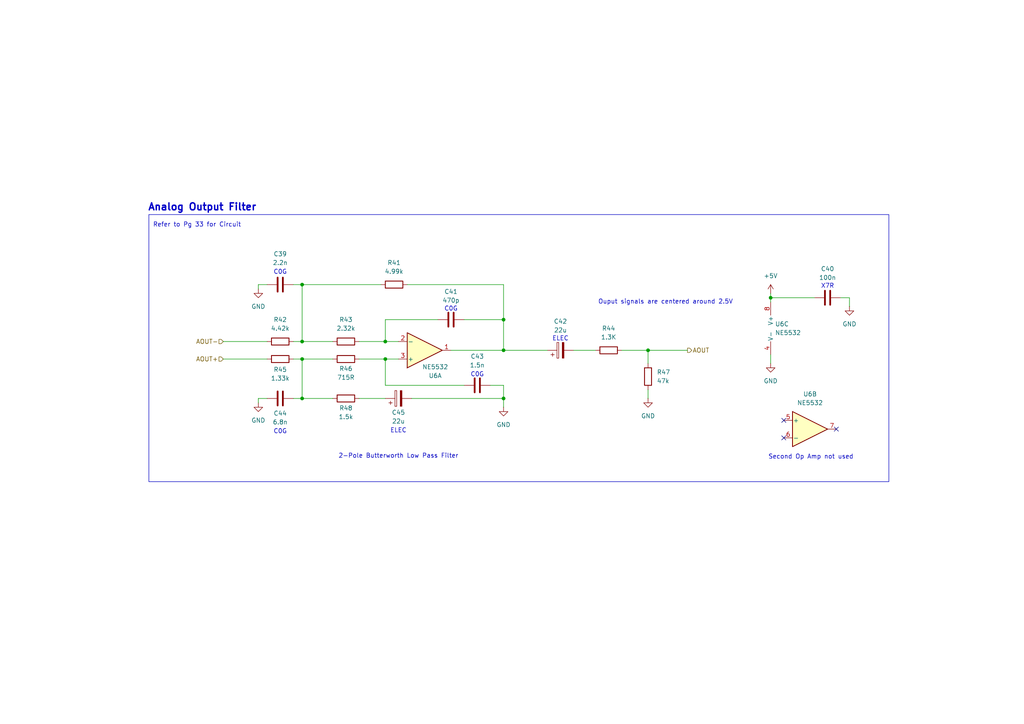
<source format=kicad_sch>
(kicad_sch (version 20231120) (generator "eeschema") (generator_version "8.0")
  (paper "A4")
  (lib_symbols
    (symbol "Amplifier_Operational:NE5532" (pin_names (offset 0.127))
      (property "Reference" "U" (at 0 5.08 0))
      (property "Value" "NE5532" (at 0 -5.08 0))
      (symbol "NE5532_1_1"
        (polyline (pts (xy -5.08 5.08) (xy 5.08 0) (xy -5.08 -5.08) (xy -5.08 5.08)) (stroke (width 0.254)) (fill (type background)))
        (pin output line (at 7.62 0 180) (length 2.54) (name "~") (number "1"))
        (pin input line (at -7.62 -2.54 0) (length 2.54) (name "-") (number "2"))
        (pin input line (at -7.62 2.54 0) (length 2.54) (name "+") (number "3"))
      )
      (symbol "NE5532_2_1"
        (polyline (pts (xy -5.08 5.08) (xy 5.08 0) (xy -5.08 -5.08) (xy -5.08 5.08)) (stroke (width 0.254)) (fill (type background)))
        (pin input line (at -7.62 2.54 0) (length 2.54) (name "+") (number "5"))
        (pin input line (at -7.62 -2.54 0) (length 2.54) (name "-") (number "6"))
        (pin output line (at 7.62 0 180) (length 2.54) (name "~") (number "7"))
      )
      (symbol "NE5532_3_1"
        (pin power_in line (at -2.54 -7.62 90) (length 3.81) (name "V-") (number "4"))
        (pin power_in line (at -2.54 7.62 270) (length 3.81) (name "V+") (number "8"))
      )
    )
    (symbol "Device:C" (pin_numbers hide) (pin_names (offset 0.254))
      (property "Reference" "C" (at 0.635 2.54 0))
      (property "Value" "C" (at 0.635 -2.54 0))
      (symbol "C_0_1"
        (polyline (pts (xy -2.032 -0.762) (xy 2.032 -0.762)) (stroke (width 0.508)))
        (polyline (pts (xy -2.032 0.762) (xy 2.032 0.762)) (stroke (width 0.508)))
      )
      (symbol "C_1_1"
        (pin passive line (at 0 3.81 270) (length 2.794) (name "~") (number "1"))
        (pin passive line (at 0 -3.81 90) (length 2.794) (name "~") (number "2"))
      )
    )
    (symbol "Device:C_Polarized" (pin_numbers hide) (pin_names (offset 0.254))
      (property "Reference" "C" (at 0.635 2.54 0))
      (property "Value" "C_Polarized" (at 0.635 -2.54 0))
      (symbol "C_Polarized_0_1"
        (rectangle (start -2.286 0.508) (end 2.286 1.016))
        (polyline (pts (xy -1.778 2.286) (xy -0.762 2.286)))
        (polyline (pts (xy -1.27 2.794) (xy -1.27 1.778)))
        (rectangle (start 2.286 -0.508) (end -2.286 -1.016) (fill (type outline)))
      )
      (symbol "C_Polarized_1_1"
        (pin passive line (at 0 3.81 270) (length 2.794) (name "~") (number "1"))
        (pin passive line (at 0 -3.81 90) (length 2.794) (name "~") (number "2"))
      )
    )
    (symbol "Device:R" (pin_numbers hide) (pin_names (offset 0))
      (property "Reference" "R" (at 2.032 0 90))
      (property "Value" "R" (at 0 0 90))
      (symbol "R_0_1"
        (rectangle (start -1.016 -2.54) (end 1.016 2.54) (stroke (width 0.254)))
      )
      (symbol "R_1_1"
        (pin passive line (at 0 3.81 270) (length 1.27) (name "~") (number "1"))
        (pin passive line (at 0 -3.81 90) (length 1.27) (name "~") (number "2"))
      )
    )
    (symbol "power:+5V" (power) (pin_numbers hide) (pin_names (offset 0) hide)
      (property "Value" "+5V" (at 0 3.556 0))
      (symbol "+5V_0_1"
        (polyline (pts (xy -0.762 1.27) (xy 0 2.54)))
        (polyline (pts (xy 0 0) (xy 0 2.54)))
        (polyline (pts (xy 0 2.54) (xy 0.762 1.27)))
      )
      (symbol "+5V_1_1"
        (pin power_in line (at 0 0 90) (length 0) (name "~") (number "1"))
      )
    )
    (symbol "power:GND" (power) (pin_numbers hide) (pin_names (offset 0) hide)
      (property "Value" "GND" (at 0 -3.81 0))
      (symbol "GND_0_1"
        (polyline (pts (xy 0 0) (xy 0 -1.27) (xy 1.27 -1.27) (xy 0 -2.54) (xy -1.27 -1.27) (xy 0 -1.27)))
      )
      (symbol "GND_1_1"
        (pin power_in line (at 0 0 270) (length 0) (name "~") (number "1"))
      )
    )
  )
  (junction (at 111.76 104.14))
  (junction (at 87.63 99.06))
  (junction (at 87.63 115.57))
  (junction (at 111.76 99.06))
  (junction (at 223.52 86.36))
  (junction (at 146.05 115.57))
  (junction (at 87.63 104.14))
  (junction (at 146.05 92.71))
  (junction (at 187.96 101.6))
  (junction (at 146.05 101.6))
  (junction (at 87.63 82.55))
  (no_connect (at 242.57 124.46))
  (no_connect (at 227.33 127))
  (no_connect (at 227.33 121.92))
  (wire (pts (xy 246.38 86.36) (xy 246.38 88.9)))
  (wire (pts (xy 111.76 92.71) (xy 111.76 99.06)))
  (wire (pts (xy 146.05 82.55) (xy 118.11 82.55)))
  (wire (pts (xy 146.05 101.6) (xy 158.75 101.6)))
  (wire (pts (xy 166.37 101.6) (xy 172.72 101.6)))
  (wire (pts (xy 243.84 86.36) (xy 246.38 86.36)))
  (wire (pts (xy 146.05 115.57) (xy 146.05 118.11)))
  (wire (pts (xy 85.09 82.55) (xy 87.63 82.55)))
  (wire (pts (xy 104.14 104.14) (xy 111.76 104.14)))
  (wire (pts (xy 146.05 101.6) (xy 146.05 92.71)))
  (wire (pts (xy 85.09 99.06) (xy 87.63 99.06)))
  (wire (pts (xy 64.77 99.06) (xy 77.47 99.06)))
  (wire (pts (xy 87.63 104.14) (xy 96.52 104.14)))
  (wire (pts (xy 87.63 99.06) (xy 96.52 99.06)))
  (wire (pts (xy 223.52 86.36) (xy 236.22 86.36)))
  (wire (pts (xy 180.34 101.6) (xy 187.96 101.6)))
  (wire (pts (xy 127 92.71) (xy 111.76 92.71)))
  (wire (pts (xy 111.76 104.14) (xy 115.57 104.14)))
  (wire (pts (xy 134.62 92.71) (xy 146.05 92.71)))
  (wire (pts (xy 104.14 99.06) (xy 111.76 99.06)))
  (wire (pts (xy 111.76 111.76) (xy 111.76 104.14)))
  (wire (pts (xy 223.52 85.09) (xy 223.52 86.36)))
  (wire (pts (xy 85.09 115.57) (xy 87.63 115.57)))
  (wire (pts (xy 223.52 86.36) (xy 223.52 87.63)))
  (wire (pts (xy 85.09 104.14) (xy 87.63 104.14)))
  (wire (pts (xy 74.93 115.57) (xy 74.93 116.84)))
  (wire (pts (xy 87.63 115.57) (xy 87.63 104.14)))
  (wire (pts (xy 130.81 101.6) (xy 146.05 101.6)))
  (wire (pts (xy 146.05 92.71) (xy 146.05 82.55)))
  (wire (pts (xy 64.77 104.14) (xy 77.47 104.14)))
  (wire (pts (xy 74.93 82.55) (xy 77.47 82.55)))
  (wire (pts (xy 87.63 82.55) (xy 110.49 82.55)))
  (wire (pts (xy 87.63 82.55) (xy 87.63 99.06)))
  (wire (pts (xy 187.96 113.03) (xy 187.96 115.57)))
  (wire (pts (xy 187.96 101.6) (xy 199.39 101.6)))
  (wire (pts (xy 223.52 102.87) (xy 223.52 105.41)))
  (wire (pts (xy 87.63 115.57) (xy 96.52 115.57)))
  (wire (pts (xy 74.93 83.82) (xy 74.93 82.55)))
  (wire (pts (xy 146.05 111.76) (xy 142.24 111.76)))
  (wire (pts (xy 187.96 101.6) (xy 187.96 105.41)))
  (wire (pts (xy 146.05 115.57) (xy 146.05 111.76)))
  (wire (pts (xy 104.14 115.57) (xy 111.76 115.57)))
  (wire (pts (xy 111.76 99.06) (xy 115.57 99.06)))
  (wire (pts (xy 134.62 111.76) (xy 111.76 111.76)))
  (wire (pts (xy 77.47 115.57) (xy 74.93 115.57)))
  (wire (pts (xy 146.05 115.57) (xy 119.38 115.57)))
  (rectangle (start 43.18 62.23) (end 257.81 139.7))
  (text "C0G" (at 138.43 108.712 0) (effects (font (size 1.27 1.27))))
  (text "C0G" (at 130.81 89.662 0) (effects (font (size 1.27 1.27))))
  (text "Refer to Pg 33 for Circuit" (at 57.15 65.278 0) (effects (font (size 1.27 1.27))))
  (text "X7R" (at 240.03 83.058 0) (effects (font (size 1.27 1.27))))
  (text "2-Pole Butterworth Low Pass Filter" (at 115.57 132.334 0) (effects (font (size 1.27 1.27))))
  (text "Second Op Amp not used" (at 235.204 132.588 0) (effects (font (size 1.27 1.27))))
  (text "Ouput signals are centered around 2.5V" (at 193.04 87.63 0) (effects (font (size 1.27 1.27))))
  (text "ELEC" (at 162.56 98.298 0) (effects (font (size 1.27 1.27))))
  (text "C0G" (at 81.28 125.222 0) (effects (font (size 1.27 1.27))))
  (text "Analog Output Filter" (at 58.674 60.198 0) (effects (font (size 2.032 2.032) (bold yes))))
  (text "ELEC" (at 115.57 124.968 0) (effects (font (size 1.27 1.27))))
  (text "C0G" (at 81.28 78.994 0) (effects (font (size 1.27 1.27))))
  (hierarchical_label "AOUT-" (shape input) (at 64.77 99.06 180))
  (hierarchical_label "AOUT" (shape output) (at 199.39 101.6 0))
  (hierarchical_label "AOUT+" (shape input) (at 64.77 104.14 180))
  (symbol (lib_id "power:GND") (at 187.96 115.57 0) (unit 1)
    (property "Reference" "#PWR040" (effects (hide yes)))
    (property "Value" "GND" (at 187.96 120.65 0))
    (property "Description" "Power symbol creates a global label with name \"GND\" , ground" (effects (hide yes)))
    (instances (project "CS4272-CZZ_Breakout_Board" (path "" (reference "#PWR040") (unit 1)) (path "" (reference "#PWR028") (unit 1))))
  )
  (symbol (lib_id "Device:R") (at 81.28 104.14 90) (unit 1)
    (property "Reference" "R45" (at 81.28 107.188 90))
    (property "Value" "1.33k" (at 81.28 109.728 90))
    (property "Footprint" "Resistor_SMD:R_0805_2012Metric" (effects (hide yes)))
    (property "Description" "Resistor" (effects (hide yes)))
    (instances (project "CS4272-CZZ_Breakout_Board" (path "" (reference "R45") (unit 1)) (path "" (reference "R29") (unit 1))))
  )
  (symbol (lib_id "Device:R") (at 187.96 109.22 180) (unit 1)
    (property "Reference" "R47" (at 190.5 107.9499 0) (effects (justify right)))
    (property "Value" "47k" (at 190.5 110.4899 0) (effects (justify right)))
    (property "Footprint" "Resistor_SMD:R_0805_2012Metric" (effects (hide yes)))
    (property "Description" "Resistor" (effects (hide yes)))
    (instances (project "CS4272-CZZ_Breakout_Board" (path "" (reference "R47") (unit 1)) (path "" (reference "R31") (unit 1))))
  )
  (symbol (lib_id "power:GND") (at 74.93 83.82 0) (unit 1)
    (property "Reference" "#PWR036" (effects (hide yes)))
    (property "Value" "GND" (at 74.93 88.9 0))
    (property "Description" "Power symbol creates a global label with name \"GND\" , ground" (effects (hide yes)))
    (instances (project "CS4272-CZZ_Breakout_Board" (path "" (reference "#PWR036") (unit 1)) (path "" (reference "#PWR024") (unit 1))))
  )
  (symbol (lib_id "Device:C") (at 81.28 115.57 90) (unit 1)
    (property "Reference" "C44" (at 81.28 119.888 90))
    (property "Value" "6.8n" (at 81.28 122.428 90))
    (property "Footprint" "Capacitor_SMD:C_0805_2012Metric" (effects (hide yes)))
    (property "Description" "Unpolarized capacitor" (effects (hide yes)))
    (instances (project "CS4272-CZZ_Breakout_Board" (path "" (reference "C44") (unit 1)) (path "" (reference "C30") (unit 1))))
  )
  (symbol (lib_id "Device:C_Polarized") (at 162.56 101.6 90) (unit 1)
    (property "Reference" "C42" (at 162.56 93.218 90))
    (property "Value" "22u" (at 162.56 95.758 90))
    (property "Footprint" "Capacitor_SMD:CP_Elec_4x5.4" (effects (hide yes)))
    (property "Description" "Polarized capacitor" (effects (hide yes)))
    (instances (project "CS4272-CZZ_Breakout_Board" (path "" (reference "C42") (unit 1)) (path "" (reference "C28") (unit 1))))
  )
  (symbol (lib_id "Device:C_Polarized") (at 115.57 115.57 90) (unit 1)
    (property "Reference" "C45" (at 115.57 119.634 90))
    (property "Value" "22u" (at 115.57 122.174 90))
    (property "Footprint" "Capacitor_SMD:CP_Elec_4x5.4" (effects (hide yes)))
    (property "Description" "Polarized capacitor" (effects (hide yes)))
    (instances (project "CS4272-CZZ_Breakout_Board" (path "" (reference "C45") (unit 1)) (path "" (reference "C31") (unit 1))))
  )
  (symbol (lib_id "power:GND") (at 246.38 88.9 0) (unit 1)
    (property "Reference" "#PWR038" (effects (hide yes)))
    (property "Value" "GND" (at 246.38 93.98 0))
    (property "Description" "Power symbol creates a global label with name \"GND\" , ground" (effects (hide yes)))
    (instances (project "CS4272-CZZ_Breakout_Board" (path "" (reference "#PWR038") (unit 1)) (path "" (reference "#PWR026") (unit 1))))
  )
  (symbol (lib_id "Device:R") (at 100.33 104.14 90) (unit 1)
    (property "Reference" "R46" (at 100.33 106.934 90))
    (property "Value" "715R" (at 100.33 109.474 90))
    (property "Footprint" "Resistor_SMD:R_0805_2012Metric" (effects (hide yes)))
    (property "Description" "Resistor" (effects (hide yes)))
    (instances (project "CS4272-CZZ_Breakout_Board" (path "" (reference "R46") (unit 1)) (path "" (reference "R30") (unit 1))))
  )
  (symbol (lib_id "Amplifier_Operational:NE5532") (at 226.06 95.25 0) (unit 3)
    (property "Reference" "U6" (at 224.79 93.9799 0) (effects (justify left)))
    (property "Value" "NE5532" (at 224.79 96.5199 0) (effects (justify left)))
    (property "Footprint" "Package_SO:SOIC-8_3.9x4.9mm_P1.27mm" (effects (hide yes)))
    (property "Datasheet" "http://www.ti.com/lit/ds/symlink/ne5532.pdf" (effects (hide yes)))
    (property "Description" "Dual Low-Noise Operational Amplifiers, DIP-8/SOIC-8" (effects (hide yes)))
    (instances (project "" (path "" (reference "U6") (unit 3)) (path "" (reference "U4") (unit 3))))
  )
  (symbol (lib_id "Device:R") (at 114.3 82.55 90) (unit 1)
    (property "Reference" "R41" (at 114.3 76.2 90))
    (property "Value" "4.99k" (at 114.3 78.74 90))
    (property "Footprint" "Resistor_SMD:R_0805_2012Metric" (effects (hide yes)))
    (property "Description" "Resistor" (effects (hide yes)))
    (instances (project "CS4272-CZZ_Breakout_Board" (path "" (reference "R41") (unit 1)) (path "" (reference "R25") (unit 1))))
  )
  (symbol (lib_id "Device:R") (at 81.28 99.06 90) (unit 1)
    (property "Reference" "R42" (at 81.28 92.71 90))
    (property "Value" "4.42k" (at 81.28 95.25 90))
    (property "Footprint" "Resistor_SMD:R_0805_2012Metric" (effects (hide yes)))
    (property "Description" "Resistor" (effects (hide yes)))
    (instances (project "CS4272-CZZ_Breakout_Board" (path "" (reference "R42") (unit 1)) (path "" (reference "R26") (unit 1))))
  )
  (symbol (lib_id "power:GND") (at 146.05 118.11 0) (unit 1)
    (property "Reference" "#PWR042" (effects (hide yes)))
    (property "Value" "GND" (at 146.05 123.19 0))
    (property "Description" "Power symbol creates a global label with name \"GND\" , ground" (effects (hide yes)))
    (instances (project "CS4272-CZZ_Breakout_Board" (path "" (reference "#PWR042") (unit 1)) (path "" (reference "#PWR030") (unit 1))))
  )
  (symbol (lib_id "Device:C") (at 138.43 111.76 90) (unit 1)
    (property "Reference" "C43" (at 138.43 103.378 90))
    (property "Value" "1.5n" (at 138.43 105.918 90))
    (property "Footprint" "Capacitor_SMD:C_0805_2012Metric" (effects (hide yes)))
    (property "Description" "Unpolarized capacitor" (effects (hide yes)))
    (instances (project "CS4272-CZZ_Breakout_Board" (path "" (reference "C43") (unit 1)) (path "" (reference "C29") (unit 1))))
  )
  (symbol (lib_id "Device:C") (at 130.81 92.71 90) (unit 1)
    (property "Reference" "C41" (at 130.81 84.582 90))
    (property "Value" "470p" (at 130.81 87.122 90))
    (property "Footprint" "Capacitor_SMD:C_0805_2012Metric" (effects (hide yes)))
    (property "Description" "Unpolarized capacitor" (effects (hide yes)))
    (instances (project "CS4272-CZZ_Breakout_Board" (path "" (reference "C41") (unit 1)) (path "" (reference "C27") (unit 1))))
  )
  (symbol (lib_id "Device:R") (at 100.33 99.06 90) (unit 1)
    (property "Reference" "R43" (at 100.33 92.71 90))
    (property "Value" "2.32k" (at 100.33 95.25 90))
    (property "Footprint" "Resistor_SMD:R_0805_2012Metric" (effects (hide yes)))
    (property "Description" "Resistor" (effects (hide yes)))
    (instances (project "CS4272-CZZ_Breakout_Board" (path "" (reference "R43") (unit 1)) (path "" (reference "R27") (unit 1))))
  )
  (symbol (lib_id "Device:R") (at 176.53 101.6 90) (unit 1)
    (property "Reference" "R44" (at 176.53 95.25 90))
    (property "Value" "1.3K" (at 176.53 97.79 90))
    (property "Footprint" "Resistor_SMD:R_0805_2012Metric" (effects (hide yes)))
    (property "Description" "Resistor" (effects (hide yes)))
    (instances (project "CS4272-CZZ_Breakout_Board" (path "" (reference "R44") (unit 1)) (path "" (reference "R28") (unit 1))))
  )
  (symbol (lib_id "power:GND") (at 74.93 116.84 0) (unit 1)
    (property "Reference" "#PWR041" (effects (hide yes)))
    (property "Value" "GND" (at 74.93 121.92 0))
    (property "Description" "Power symbol creates a global label with name \"GND\" , ground" (effects (hide yes)))
    (instances (project "CS4272-CZZ_Breakout_Board" (path "" (reference "#PWR041") (unit 1)) (path "" (reference "#PWR029") (unit 1))))
  )
  (symbol (lib_id "Amplifier_Operational:NE5532") (at 123.19 101.6 0) (mirror x) (unit 1)
    (property "Reference" "U6" (at 126.238 108.966 0))
    (property "Value" "NE5532" (at 126.238 106.426 0))
    (property "Footprint" "Package_SO:SOIC-8_3.9x4.9mm_P1.27mm" (effects (hide yes)))
    (property "Datasheet" "http://www.ti.com/lit/ds/symlink/ne5532.pdf" (effects (hide yes)))
    (property "Description" "Dual Low-Noise Operational Amplifiers, DIP-8/SOIC-8" (effects (hide yes)))
    (instances (project "" (path "" (reference "U6") (unit 1)) (path "" (reference "U4") (unit 1))))
  )
  (symbol (lib_id "Device:R") (at 100.33 115.57 90) (unit 1)
    (property "Reference" "R48" (at 100.33 118.364 90))
    (property "Value" "1.5k" (at 100.33 120.904 90))
    (property "Footprint" "Resistor_SMD:R_0805_2012Metric" (effects (hide yes)))
    (property "Description" "Resistor" (effects (hide yes)))
    (instances (project "CS4272-CZZ_Breakout_Board" (path "" (reference "R48") (unit 1)) (path "" (reference "R32") (unit 1))))
  )
  (symbol (lib_id "Device:C") (at 240.03 86.36 90) (unit 1)
    (property "Reference" "C40" (at 240.03 77.978 90))
    (property "Value" "100n" (at 240.03 80.518 90))
    (property "Footprint" "Capacitor_SMD:C_0805_2012Metric" (effects (hide yes)))
    (property "Description" "Unpolarized capacitor" (effects (hide yes)))
    (instances (project "CS4272-CZZ_Breakout_Board" (path "" (reference "C40") (unit 1)) (path "" (reference "C26") (unit 1))))
  )
  (symbol (lib_id "Device:C") (at 81.28 82.55 90) (unit 1)
    (property "Reference" "C39" (at 81.28 73.66 90))
    (property "Value" "2.2n" (at 81.28 76.2 90))
    (property "Footprint" "Capacitor_SMD:C_0805_2012Metric" (effects (hide yes)))
    (property "Description" "Unpolarized capacitor" (effects (hide yes)))
    (instances (project "CS4272-CZZ_Breakout_Board" (path "" (reference "C39") (unit 1)) (path "" (reference "C25") (unit 1))))
  )
  (symbol (lib_id "power:+5V") (at 223.52 85.09 0) (unit 1)
    (property "Reference" "#PWR037" (effects (hide yes)))
    (property "Value" "+5V" (at 223.52 80.01 0))
    (property "Description" "Power symbol creates a global label with name \"+5V\"" (effects (hide yes)))
    (instances (project "CS4272-CZZ_Breakout_Board" (path "" (reference "#PWR037") (unit 1)) (path "" (reference "#PWR025") (unit 1))))
  )
  (symbol (lib_id "power:GND") (at 223.52 105.41 0) (unit 1)
    (property "Reference" "#PWR039" (effects (hide yes)))
    (property "Value" "GND" (at 223.52 110.49 0))
    (property "Description" "Power symbol creates a global label with name \"GND\" , ground" (effects (hide yes)))
    (instances (project "CS4272-CZZ_Breakout_Board" (path "" (reference "#PWR039") (unit 1)) (path "" (reference "#PWR027") (unit 1))))
  )
  (symbol (lib_id "Amplifier_Operational:NE5532") (at 234.95 124.46 0) (unit 2)
    (property "Reference" "U6" (at 234.95 114.3 0))
    (property "Value" "NE5532" (at 234.95 116.84 0))
    (property "Footprint" "Package_SO:SOIC-8_3.9x4.9mm_P1.27mm" (effects (hide yes)))
    (property "Datasheet" "http://www.ti.com/lit/ds/symlink/ne5532.pdf" (effects (hide yes)))
    (property "Description" "Dual Low-Noise Operational Amplifiers, DIP-8/SOIC-8" (effects (hide yes)))
    (instances (project "" (path "" (reference "U6") (unit 2)) (path "" (reference "U4") (unit 2))))
  )
)
</source>
